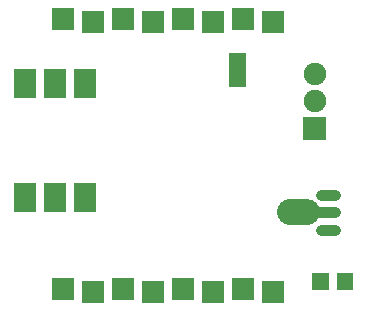
<source format=gts>
G04 Layer: TopSolderMaskLayer*
G04 EasyEDA v6.4.19.4, 2021-06-26T11:34:46+02:00*
G04 Gerber Generator version 0.2*
G04 Scale: 100 percent, Rotated: No, Reflected: No *
G04 Dimensions in inches *
G04 leading zeros omitted , absolute positions ,3 integer and 6 decimal *
%FSLAX36Y36*%
%MOIN*%

%ADD25C,0.0867*%
%ADD26C,0.0356*%
%ADD29R,0.0780X0.0780*%
%ADD31C,0.0749*%

%LPD*%
D25*
X1375327Y2005000D02*
G01*
X1316271Y2005000D01*
D26*
X1467858Y2005000D02*
G01*
X1412740Y2005000D01*
X1467821Y2064099D02*
G01*
X1420577Y2064099D01*
X1467821Y1945900D02*
G01*
X1420577Y1945900D01*
G36*
X1391099Y1745399D02*
G01*
X1391099Y1804499D01*
X1446300Y1804499D01*
X1446300Y1745399D01*
G37*
G36*
X1473800Y1745399D02*
G01*
X1473800Y1804499D01*
X1528999Y1804499D01*
X1528999Y1745399D01*
G37*
G36*
X398000Y2005799D02*
G01*
X398000Y2104200D01*
X471999Y2104200D01*
X471999Y2005799D01*
G37*
G36*
X498000Y2005799D02*
G01*
X498000Y2104200D01*
X571999Y2104200D01*
X571999Y2005799D01*
G37*
G36*
X598000Y2005799D02*
G01*
X598000Y2104200D01*
X671999Y2104200D01*
X671999Y2005799D01*
G37*
G36*
X598000Y2385799D02*
G01*
X598000Y2484200D01*
X671999Y2484200D01*
X671999Y2385799D01*
G37*
G36*
X498000Y2385799D02*
G01*
X498000Y2484200D01*
X571999Y2484200D01*
X571999Y2385799D01*
G37*
G36*
X398000Y2385799D02*
G01*
X398000Y2484200D01*
X471999Y2484200D01*
X471999Y2385799D01*
G37*
D29*
G01*
X560000Y1750000D03*
G01*
X660000Y1740000D03*
G01*
X760000Y1750000D03*
G01*
X860000Y1740000D03*
G01*
X960000Y1750000D03*
G01*
X1060000Y1740000D03*
G01*
X1160000Y1750000D03*
G01*
X1260000Y1740000D03*
G01*
X560000Y2650000D03*
G01*
X660000Y2640000D03*
G01*
X760000Y2650000D03*
G01*
X860000Y2640000D03*
G01*
X960000Y2650000D03*
G01*
X1060000Y2640000D03*
G01*
X1160000Y2650000D03*
G01*
X1260000Y2640000D03*
G36*
X1362299Y2247399D02*
G01*
X1362299Y2322300D01*
X1437799Y2322300D01*
X1437799Y2247399D01*
G37*
D31*
G01*
X1400000Y2375000D03*
G01*
X1400000Y2465160D03*
G36*
X1114399Y2422800D02*
G01*
X1114399Y2537100D01*
X1169600Y2537100D01*
X1169600Y2422800D01*
G37*
M02*

</source>
